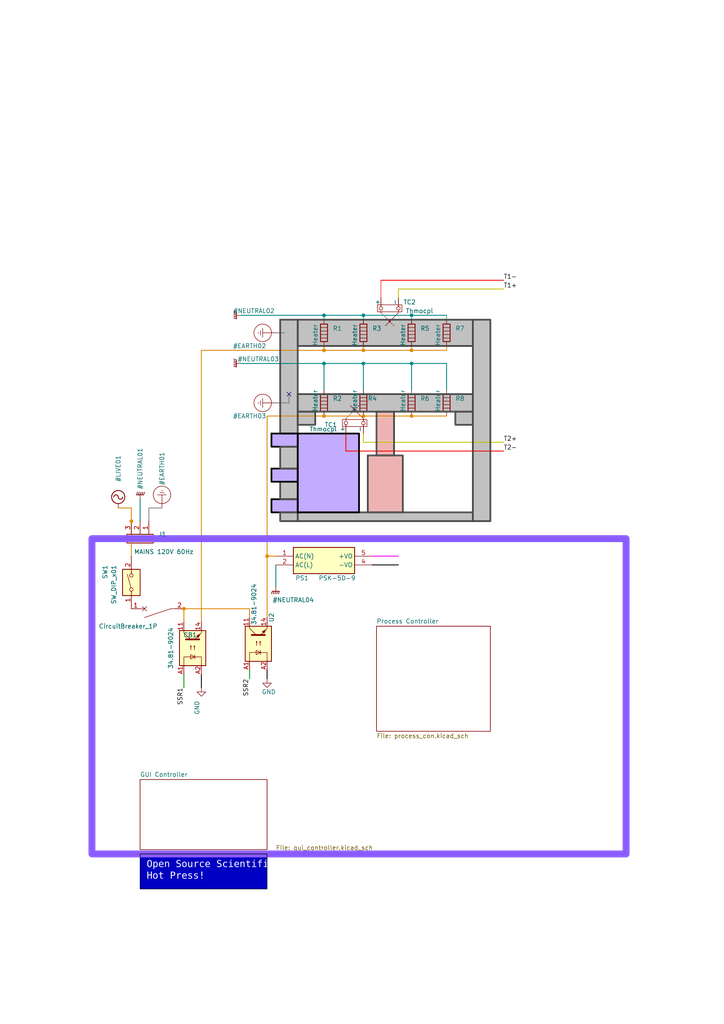
<source format=kicad_sch>
(kicad_sch (version 20230121) (generator eeschema)
  (paper "A4" portrait)
  (lib_symbols
    (symbol "Connector:Screw_Terminal_01x03" (pin_names (offset 1.016) hide)
      (property "Reference" "J" (at 0 5.08 0))
      (property "Value" "Screw_Terminal_01x03" (at 0 -5.08 0))
      (symbol "Screw_Terminal_01x03_1_1"
        (rectangle (start -1.27 3.81) (end 1.27 -3.81) (stroke (width 0.254)) (fill (type background)))
        (circle (center 0 -2.54) (radius 0.635) (stroke (width 0.1524)))
        (polyline (pts (xy -0.5334 -2.2098) (xy 0.3302 -3.048)) (stroke (width 0.1524)))
        (polyline (pts (xy -0.5334 0.3302) (xy 0.3302 -0.508)) (stroke (width 0.1524)))
        (polyline (pts (xy -0.5334 2.8702) (xy 0.3302 2.032)) (stroke (width 0.1524)))
        (polyline (pts (xy -0.3556 -2.032) (xy 0.508 -2.8702)) (stroke (width 0.1524)))
        (polyline (pts (xy -0.3556 0.508) (xy 0.508 -0.3302)) (stroke (width 0.1524)))
        (polyline (pts (xy -0.3556 3.048) (xy 0.508 2.2098)) (stroke (width 0.1524)))
        (circle (center 0 0) (radius 0.635) (stroke (width 0.1524)))
        (circle (center 0 2.54) (radius 0.635) (stroke (width 0.1524)))
        (pin passive line (at -5.08 2.54 0) (length 3.81) (name "Pin_1") (number "1"))
        (pin passive line (at -5.08 0 0) (length 3.81) (name "Pin_2") (number "2"))
        (pin passive line (at -5.08 -2.54 0) (length 3.81) (name "Pin_3") (number "3"))
      )
    )
    (symbol "Device:CircuitBreaker_1P"
      (property "Reference" "CB" (at 1.905 0 0))
      (property "Value" "CircuitBreaker_1P" (at 1.905 1.905 0))
      (symbol "CircuitBreaker_1P_0_1"
        (polyline (pts (xy 0 -5.08) (xy 0 -3.81)))
        (polyline (pts (xy 0 -3.81) (xy -2.54 3.81)))
      )
      (symbol "CircuitBreaker_1P_1_1"
        (polyline (pts (xy -0.635 4.445) (xy 0.635 3.175)))
        (polyline (pts (xy 0 5.08) (xy 0 3.81)))
        (polyline (pts (xy 0.635 4.445) (xy -0.635 3.175)))
        (pin passive line (at 0 7.62 270) (length 2.54) (name "~") (number "1"))
        (pin passive line (at 0 -7.62 90) (length 2.54) (name "~") (number "2"))
      )
    )
    (symbol "Device:Heater" (pin_numbers hide) (pin_names (offset 0))
      (property "Reference" "R" (at 2.032 0 90))
      (property "Value" "Heater" (at -2.032 0 90))
      (symbol "Heater_0_1"
        (rectangle (start -1.016 -2.54) (end 1.016 2.54) (stroke (width 0.254)))
        (polyline (pts (xy -1.016 1.524) (xy 1.016 1.524)))
        (polyline (pts (xy 1.016 -1.524) (xy -1.016 -1.524)))
        (polyline (pts (xy 1.016 -0.508) (xy -1.016 -0.508)))
        (polyline (pts (xy 1.016 0.508) (xy -1.016 0.508)))
      )
      (symbol "Heater_1_1"
        (pin passive line (at 0 3.81 270) (length 1.27) (name "~") (number "1"))
        (pin passive line (at 0 -3.81 90) (length 1.27) (name "~") (number "2"))
      )
    )
    (symbol "Device:Thermocouple_Block" (pin_numbers hide) (pin_names (offset 0))
      (property "Reference" "TC" (at -3.048 3.81 0))
      (property "Value" "Thermocouple_Block" (at -5.08 -4.064 0))
      (symbol "Thermocouple_Block_0_1"
        (circle (center -1.778 0) (radius 0.254) (fill (type outline)))
        (polyline (pts (xy -2.794 -1.016) (xy -3.048 -1.27)))
        (polyline (pts (xy -2.286 -0.508) (xy -2.54 -0.762)))
        (polyline (pts (xy -1.778 0) (xy -2.032 -0.254)))
        (polyline (pts (xy -1.27 0.508) (xy -1.524 0.254)))
        (polyline (pts (xy -0.762 1.016) (xy -1.016 0.762)))
        (polyline (pts (xy -0.254 1.524) (xy -0.508 1.27)))
        (polyline (pts (xy 0.254 2.032) (xy 0 1.778)))
        (polyline (pts (xy 0.762 2.54) (xy 0.508 2.286)))
        (polyline (pts (xy 1.27 -2.54) (xy 1.016 -2.54)))
        (polyline (pts (xy 1.27 2.54) (xy 0.762 2.54)))
        (polyline (pts (xy 1.524 -2.54) (xy 0.762 -2.54) (xy -3.048 1.27)))
        (rectangle (start 1.016 3.556) (end 3.048 -3.556))
        (circle (center 2.032 -2.54) (radius 0.508))
        (circle (center 2.032 2.54) (radius 0.508))
      )
      (symbol "Thermocouple_Block_1_1"
        (pin passive line (at 5.08 2.54 180) (length 2.54) (name "+") (number "1"))
        (pin passive line (at 5.08 -2.54 180) (length 2.54) (name "-") (number "2"))
      )
    )
    (symbol "Relay_SolidState:34.81-9024"
      (property "Reference" "U" (at -5.08 5.08 0))
      (property "Value" "34.81-9024" (at 0 5.08 0))
      (symbol "34.81-9024_0_1"
        (rectangle (start -5.08 3.81) (end 5.08 -3.81) (stroke (width 0.254)) (fill (type background)))
        (polyline (pts (xy -3.175 -0.635) (xy -1.905 -0.635)))
        (polyline (pts (xy 2.54 1.905) (xy 2.54 -1.905) (xy 2.54 -1.905)) (stroke (width 0.508)))
        (polyline (pts (xy -5.08 2.54) (xy -2.54 2.54) (xy -2.54 -2.54) (xy -5.08 -2.54)))
        (polyline (pts (xy -2.54 -0.635) (xy -3.175 0.635) (xy -1.905 0.635) (xy -2.54 -0.635)))
        (polyline (pts (xy -0.508 -0.508) (xy 0.762 -0.508) (xy 0.381 -0.635) (xy 0.381 -0.381) (xy 0.762 -0.508)))
        (polyline (pts (xy -0.508 0.508) (xy 0.762 0.508) (xy 0.381 0.381) (xy 0.381 0.635) (xy 0.762 0.508)))
        (polyline (pts (xy 3.048 -1.651) (xy 3.556 -1.143) (xy 4.064 -2.159) (xy 3.048 -1.651) (xy 3.048 -1.651)) (fill (type outline)))
        (polyline (pts (xy 5.08 2.54) (xy 4.445 2.54) (xy 2.54 0.635) (xy 2.54 -0.635) (xy 4.445 -2.54) (xy 5.08 -2.54)))
      )
      (symbol "34.81-9024_1_1"
        (pin passive line (at 7.62 2.54 180) (length 2.54) (name "~") (number "11"))
        (pin passive line (at 7.62 -2.54 180) (length 2.54) (name "~") (number "14"))
        (pin passive line (at -7.62 2.54 0) (length 2.54) (name "~") (number "A1"))
        (pin passive line (at -7.62 -2.54 0) (length 2.54) (name "~") (number "A2"))
      )
    )
    (symbol "SamacSys_Parts:PSK-5D-9"
      (property "Reference" "PS" (at 24.13 7.62 0))
      (property "Value" "PSK-5D-9" (at 24.13 5.08 0))
      (symbol "PSK-5D-9_1_1"
        (rectangle (start 5.08 2.54) (end 22.86 -5.08) (stroke (width 0.254)) (fill (type background)))
        (pin passive line (at 0 0 0) (length 5.08) (name "AC(N)") (number "1"))
        (pin passive line (at 0 -2.54 0) (length 5.08) (name "AC(L)") (number "2"))
        (pin passive line (at 27.94 -2.54 180) (length 5.08) (name "-VO") (number "4"))
        (pin passive line (at 27.94 0 180) (length 5.08) (name "+VO") (number "5"))
      )
    )
    (symbol "Switch:SW_DIP_x01" (pin_names (offset 0) hide)
      (property "Reference" "SW" (at 0 3.81 0))
      (property "Value" "SW_DIP_x01" (at 0 -3.81 0))
      (symbol "SW_DIP_x01_0_0"
        (circle (center -2.032 0) (radius 0.508))
        (polyline (pts (xy -1.524 0.127) (xy 2.3622 1.1684)))
        (circle (center 2.032 0) (radius 0.508))
      )
      (symbol "SW_DIP_x01_0_1"
        (rectangle (start -3.81 2.54) (end 3.81 -2.54) (stroke (width 0.254)) (fill (type background)))
      )
      (symbol "SW_DIP_x01_1_1"
        (pin passive line (at -7.62 0 0) (length 5.08) (name "~") (number "1"))
        (pin passive line (at 7.62 0 180) (length 5.08) (name "~") (number "2"))
      )
    )
    (symbol "power:AC" (power) (pin_names (offset 0))
      (property "Value" "AC" (at 0 6.35 0))
      (symbol "AC_0_1"
        (polyline (pts (xy 0 0) (xy 0 1.27)))
        (arc (start 0 3.175) (mid -0.635 3.8073) (end -1.27 3.175) (stroke (width 0.254)))
        (arc (start 0 3.175) (mid 0.635 2.5427) (end 1.27 3.175) (stroke (width 0.254)))
        (circle (center 0 3.175) (radius 1.905) (stroke (width 0.254)))
      )
      (symbol "AC_1_1"
        (pin power_in line (at 0 0 90) (length 0) hide (name "AC") (number "1"))
      )
    )
    (symbol "power:Earth_Protective" (power) (pin_names (offset 0))
      (symbol "Earth_Protective_0_1"
        (circle (center 0 -3.81) (radius 2.54))
        (polyline (pts (xy -0.635 -4.445) (xy 0.635 -4.445)))
        (polyline (pts (xy -0.127 -5.08) (xy 0.127 -5.08)))
        (polyline (pts (xy 0 -3.81) (xy 0 0)))
        (polyline (pts (xy 1.27 -3.81) (xy -1.27 -3.81)))
      )
      (symbol "Earth_Protective_1_1"
        (pin power_in line (at 0 0 270) (length 0) hide (name "Earth_Protective") (number "1"))
      )
    )
    (symbol "power:GND" (power) (pin_names (offset 0))
      (property "Value" "GND" (at 0 -3.81 0))
      (symbol "GND_0_1"
        (polyline (pts (xy 0 0) (xy 0 -1.27) (xy 1.27 -1.27) (xy 0 -2.54) (xy -1.27 -1.27) (xy 0 -1.27)))
      )
      (symbol "GND_1_1"
        (pin power_in line (at 0 0 270) (length 0) hide (name "GND") (number "1"))
      )
    )
    (symbol "power:GNDPWR" (power) (pin_names (offset 0))
      (property "Value" "GNDPWR" (at 0 -3.302 0))
      (symbol "GNDPWR_0_1"
        (polyline (pts (xy 0 -1.27) (xy 0 0)))
        (polyline (pts (xy -1.016 -1.27) (xy -1.27 -2.032) (xy -1.27 -2.032)) (stroke (width 0.2032)))
        (polyline (pts (xy -0.508 -1.27) (xy -0.762 -2.032) (xy -0.762 -2.032)) (stroke (width 0.2032)))
        (polyline (pts (xy 0 -1.27) (xy -0.254 -2.032) (xy -0.254 -2.032)) (stroke (width 0.2032)))
        (polyline (pts (xy 0.508 -1.27) (xy 0.254 -2.032) (xy 0.254 -2.032)) (stroke (width 0.2032)))
        (polyline (pts (xy 1.016 -1.27) (xy -1.016 -1.27) (xy -1.016 -1.27)) (stroke (width 0.2032)))
        (polyline (pts (xy 1.016 -1.27) (xy 0.762 -2.032) (xy 0.762 -2.032) (xy 0.762 -2.032)) (stroke (width 0.2032)))
      )
      (symbol "GNDPWR_1_1"
        (pin power_in line (at 0 0 270) (length 0) hide (name "GNDPWR") (number "1"))
      )
    )
  )
  (junction (at 105.41 105.41) (color 0 132 132 1))
  (junction (at 93.98 105.41) (color 0 132 132 1))
  (junction (at 93.98 120.65) (color 221 133 0 1))
  (junction (at 38.1 151.13) (color 221 133 0 1))
  (junction (at 105.41 91.44) (color 0 132 132 1))
  (junction (at 53.34 176.53) (color 221 133 0 1))
  (junction (at 119.38 120.65) (color 221 133 0 1))
  (junction (at 77.47 161.29) (color 221 133 0 1))
  (junction (at 119.38 101.6) (color 221 133 0 1))
  (junction (at 105.41 101.6) (color 221 133 0 1))
  (junction (at 119.38 91.44) (color 0 132 132 1))
  (junction (at 93.98 91.44) (color 0 132 132 1))
  (junction (at 119.38 105.41) (color 0 132 132 1))
  (junction (at 105.41 120.65) (color 221 133 0 1))
  (junction (at 93.98 101.6) (color 221 133 0 1))
  (no_connect (at 83.82 114.3))
  (wire (pts (xy 38.1 147.32) (xy 38.1 151.13)) (stroke (width 0.25) (color 221 133 0 1)))
  (wire (pts (xy 93.98 105.41) (xy 105.41 105.41)) (stroke (width 0.25) (color 0 132 132 1)))
  (wire (pts (xy 34.29 147.32) (xy 38.1 147.32)) (stroke (width 0.25) (color 221 133 0 1)))
  (wire (pts (xy 119.38 105.41) (xy 119.38 113.03)) (stroke (width 0.25) (color 0 132 132 1)))
  (wire (pts (xy 107.95 161.29) (xy 115.57 161.29)) (stroke (width 0.25) (color 255 0 255 1)))
  (wire (pts (xy 100.33 130.81) (xy 146.05 130.81)) (stroke (width 0.25) (color 255 0 0 1)))
  (wire (pts (xy 100.33 125.73) (xy 100.33 130.81)) (stroke (width 0.25) (color 255 0 0 1)))
  (wire (pts (xy 46.99 147.32) (xy 43.18 147.32)) (stroke (width 0.25) (color 132 132 132 1)))
  (wire (pts (xy 129.54 113.03) (xy 129.54 105.41)) (stroke (width 0.25) (color 0 132 132 1)))
  (wire (pts (xy 93.98 91.44) (xy 105.41 91.44)) (stroke (width 0.25) (color 0 132 132 1)))
  (wire (pts (xy 93.98 100.33) (xy 93.98 101.6)) (stroke (width 0.25) (color 221 133 0 1)))
  (wire (pts (xy 129.54 92.71) (xy 129.54 91.44)))
  (wire (pts (xy 107.95 163.83) (xy 115.57 163.83)) (stroke (width 0.25) (color 0 0 0 1)))
  (wire (pts (xy 38.1 151.13) (xy 38.1 161.29)) (stroke (width 0.25) (color 221 133 0 1)))
  (wire (pts (xy 110.49 81.28) (xy 146.05 81.28)) (stroke (width 0.25) (color 255 0 0 1)))
  (wire (pts (xy 77.47 161.29) (xy 77.47 179.07)) (stroke (width 0.25) (color 221 133 0 1)))
  (wire (pts (xy 105.41 91.44) (xy 119.38 91.44)) (stroke (width 0.25) (color 0 132 132 1)))
  (wire (pts (xy 80.01 96.52) (xy 82.55 96.52)) (stroke (width 0.25) (color 132 132 132 1)))
  (wire (pts (xy 69.85 105.41) (xy 93.98 105.41)) (stroke (width 0.25) (color 0 132 132 1)))
  (wire (pts (xy 83.82 116.84) (xy 83.82 114.3)) (stroke (width 0.25) (color 132 132 132 1)))
  (wire (pts (xy 129.54 101.6) (xy 129.54 100.33)) (stroke (width 0.25) (color 221 133 0 1)))
  (wire (pts (xy 77.47 120.65) (xy 77.47 161.29)) (stroke (width 0.25) (color 221 133 0 1)))
  (wire (pts (xy 105.41 100.33) (xy 105.41 101.6)) (stroke (width 0.25) (color 221 133 0 1)))
  (wire (pts (xy 119.38 91.44) (xy 129.54 91.44)) (stroke (width 0.25) (color 0 132 132 1)))
  (wire (pts (xy 53.34 176.53) (xy 53.34 180.34)) (stroke (width 0.25) (color 221 133 0 1)))
  (wire (pts (xy 72.39 196.85) (xy 72.39 194.31)) (stroke (width 0.25)))
  (wire (pts (xy 80.01 170.18) (xy 80.01 163.83)) (stroke (width 0.25) (color 0 132 132 1)))
  (wire (pts (xy 129.54 101.6) (xy 119.38 101.6)) (stroke (width 0.25) (color 221 133 0 1)))
  (wire (pts (xy 69.85 91.44) (xy 93.98 91.44)) (stroke (width 0.25) (color 0 132 132 1)))
  (wire (pts (xy 93.98 91.44) (xy 93.98 92.71)) (stroke (width 0) (color 0 132 132 1)))
  (wire (pts (xy 119.38 120.65) (xy 129.54 120.65)) (stroke (width 0.25) (color 221 133 0 1)))
  (wire (pts (xy 40.64 144.78) (xy 40.64 151.13)) (stroke (width 0.25) (color 0 132 132 1)))
  (wire (pts (xy 77.47 161.29) (xy 80.01 161.29)) (stroke (width 0.25) (color 221 133 0 1)))
  (wire (pts (xy 93.98 105.41) (xy 93.98 113.03)) (stroke (width 0.25) (color 0 132 132 1)))
  (wire (pts (xy 58.42 101.6) (xy 58.42 180.34)) (stroke (width 0.25) (color 221 133 0 1)))
  (wire (pts (xy 93.98 120.65) (xy 105.41 120.65)) (stroke (width 0.25) (color 221 133 0 1)))
  (wire (pts (xy 110.49 86.36) (xy 110.49 81.28)) (stroke (width 0) (color 255 0 0 1)))
  (wire (pts (xy 105.41 128.27) (xy 105.41 125.73)) (stroke (width 0.25) (color 194 194 0 1)))
  (wire (pts (xy 80.01 116.84) (xy 83.82 116.84)) (stroke (width 0.25) (color 132 132 132 1)))
  (wire (pts (xy 119.38 105.41) (xy 129.54 105.41)) (stroke (width 0.25) (color 0 132 132 1)))
  (wire (pts (xy 105.41 101.6) (xy 93.98 101.6)) (stroke (width 0.25) (color 221 133 0 1)))
  (wire (pts (xy 105.41 105.41) (xy 105.41 113.03)) (stroke (width 0.25) (color 0 132 132 1)))
  (wire (pts (xy 43.18 147.32) (xy 43.18 151.13)) (stroke (width 0.25) (color 132 132 132 1)))
  (wire (pts (xy 72.39 179.07) (xy 72.39 176.53)) (stroke (width 0.25) (color 221 133 0 1)))
  (wire (pts (xy 119.38 101.6) (xy 105.41 101.6)) (stroke (width 0.25) (color 221 133 0 1)))
  (wire (pts (xy 115.57 83.82) (xy 146.05 83.82)) (stroke (width 0.25) (color 194 194 0 1)))
  (wire (pts (xy 58.42 199.39) (xy 58.42 195.58)) (stroke (width 0.25) (color 0 0 0 1)))
  (wire (pts (xy 105.41 91.44) (xy 105.41 92.71)) (stroke (width 0) (color 0 132 132 1)))
  (wire (pts (xy 58.42 101.6) (xy 93.98 101.6)) (stroke (width 0.25) (color 221 133 0 1)))
  (wire (pts (xy 105.41 128.27) (xy 146.05 128.27)) (stroke (width 0.25) (color 194 194 0 1)))
  (wire (pts (xy 53.34 176.53) (xy 72.39 176.53)) (stroke (width 0.25) (color 221 133 0 1)))
  (wire (pts (xy 119.38 91.44) (xy 119.38 92.71)) (stroke (width 0) (color 0 132 132 1)))
  (wire (pts (xy 119.38 100.33) (xy 119.38 101.6)) (stroke (width 0.25) (color 221 133 0 1)))
  (wire (pts (xy 105.41 120.65) (xy 119.38 120.65)) (stroke (width 0.25) (color 221 133 0 1)))
  (wire (pts (xy 77.47 196.85) (xy 77.47 194.31)) (stroke (width 0.25) (color 0 0 0 1)))
  (wire (pts (xy 77.47 120.65) (xy 93.98 120.65)) (stroke (width 0.25) (color 221 133 0 1)))
  (wire (pts (xy 105.41 105.41) (xy 119.38 105.41)) (stroke (width 0.25) (color 0 132 132 1)))
  (wire (pts (xy 115.57 83.82) (xy 115.57 86.36)) (stroke (width 0.25) (color 194 194 0 1)))
  (wire (pts (xy 53.34 199.39) (xy 53.34 195.58)) (stroke (width 0.25)))
  (rectangle (start 81.28 139.7) (end 86.36 144.78) (stroke (width 0.5) (color 72 72 72 0.3)) (fill (type color) (color 132 132 132 0.5)))
  (rectangle (start 40.64 247.65) (end 77.47 257.81) (stroke (width 0) (color 0 0 0 1)) (fill (type color) (color 0 0 194 1)))
  (rectangle (start 26.67 156.21) (end 181.61 247.65) (stroke (width 2) (color 137 91 255 0.5490196078)))
  (rectangle (start 109.22 119.38) (end 114.3 132.08) (stroke (width 0.5) (color 72 72 72 0.5)) (fill (type color) (color 194 0 0 0.3)))
  (rectangle (start 86.36 114.3) (end 137.16 119.38) (stroke (width 0.5) (color 72 72 72 0.3)) (fill (type color) (color 132 132 132 0.5)))
  (rectangle (start 86.36 92.71) (end 137.16 100.33) (stroke (width 0.5) (color 72 72 72 0.3)) (fill (type color) (color 132 132 132 0.5)))
  (rectangle (start 106.68 132.08) (end 116.84 148.59) (stroke (width 0.5) (color 72 72 72 0.5)) (fill (type color) (color 194 0 0 0.3)))
  (rectangle (start 132.08 119.38) (end 137.16 123.19) (stroke (width 0.5) (color 72 72 72 0.3)) (fill (type color) (color 132 132 132 0.5)))
  (rectangle (start 78.74 144.78) (end 86.36 148.59) (stroke (width 0.5) (color 0 0 0 0.3)) (fill (type color) (color 137 91 255 0.5)))
  (rectangle (start 78.74 135.89) (end 86.36 139.7) (stroke (width 0.5) (color 0 0 0 0.3)) (fill (type color) (color 137 91 255 0.5)))
  (rectangle (start 86.36 119.38) (end 91.44 123.19) (stroke (width 0.5) (color 72 72 72 0.3)) (fill (type color) (color 132 132 132 0.5)))
  (rectangle (start 137.16 92.71) (end 142.24 151.13) (stroke (width 0.5) (color 72 72 72 0.3)) (fill (type color) (color 132 132 132 0.5)))
  (rectangle (start 78.74 125.73) (end 86.36 129.54) (stroke (width 0.5) (color 0 0 0 0.3)) (fill (type color) (color 137 91 255 0.5)))
  (rectangle (start 81.28 129.54) (end 86.36 135.89) (stroke (width 0.5) (color 72 72 72 0.3)) (fill (type color) (color 132 132 132 0.5)))
  (rectangle (start 86.36 148.59) (end 137.16 151.13) (stroke (width 0.5) (color 72 72 72 0.3)) (fill (type color) (color 132 132 132 0.5)))
  (rectangle (start 86.36 125.73) (end 104.14 148.59) (stroke (width 0.5) (color 0 0 0 0.3)) (fill (type color) (color 137 91 255 0.5)))
  (rectangle (start 81.28 92.71) (end 86.36 125.73) (stroke (width 0.5) (color 72 72 72 0.3)) (fill (type color) (color 132 132 132 0.5)))
  (rectangle (start 81.28 148.59) (end 86.36 151.13) (stroke (width 0.5) (color 72 72 72 0.3)) (fill (type color) (color 132 132 132 0.5)))
  (text "Open Source Scientific\nHot Press!" (at 42.545 255.905 0) (effects (font (size 2 2)) (justify left bottom)))
  (label "SSR1" (at 53.34 199.39 270))
  (label "T2+" (at 146.05 128.27 0))
  (label "SSR2" (at 72.39 196.85 270))
  (label "T1-" (at 146.05 81.28 0))
  (label "T1+" (at 146.05 83.82 0))
  (label "T2-" (at 146.05 130.81 0))
  (symbol (lib_id "power:Earth_Protective") (at 80.01 116.84 270) (unit 1)
    (property "Reference" "#EARTH03" (at 72.39 120.65 90))
    (property "Value" "Earth_Protective" (effects hide))
  )
  (symbol (lib_id "power:GND") (at 77.47 196.85 0) (unit 1)
    (property "Reference" "#PWR02" (effects hide))
    (property "Value" "GND" (at 80.01 200.66 0) (effects (justify right)))
  )
  (symbol (lib_id "power:Earth_Protective") (at 46.99 147.32 180) (unit 1)
    (property "Reference" "#EARTH01" (at 46.99 135.89 90))
    (property "Value" "Earth_Protective" (effects hide))
  )
  (symbol (lib_id "Connector:Screw_Terminal_01x03") (at 40.64 156.21 270) (unit 1)
    (property "Reference" "J1" (at 48.26 154.94 90) (effects (justify right)))
    (property "Value" "MAINS 120V 60Hz " (at 57.15 160.02 90) (effects (justify right)))
  )
  (symbol (lib_id "Device:Heater") (at 119.38 116.84 0) (unit 1)
    (property "Reference" "R6" (at 121.92 115.57 0) (effects (justify left)))
    (property "Value" "Heater" (at 116.84 119.38 90) (effects (justify left)))
  )
  (symbol (lib_id "power:GND") (at 58.42 199.39 0) (unit 1)
    (property "Reference" "#PWR01" (effects hide))
    (property "Value" "GND" (at 57.15 203.2 90) (effects (justify right)))
  )
  (symbol (lib_id "Device:Heater") (at 119.38 96.52 0) (unit 1)
    (property "Reference" "R5" (at 121.92 95.25 0) (effects (justify left)))
    (property "Value" "Heater" (at 116.84 100.33 90) (effects (justify left)))
  )
  (symbol (lib_id "Relay_SolidState:34.81-9024") (at 55.88 187.96 90) (unit 1)
    (property "Reference" "U1" (effects hide))
    (property "Value" "34.81-9024" (at 49.53 187.96 0))
    (property "Footprint" "OptoDevice:Finder_34.81" (effects hide))
    (property "Datasheet" "http://www.us.liteon.com/downloads/LTV-817-827-847.PDF" (effects hide))
  )
  (symbol (lib_id "Device:Heater") (at 105.41 116.84 0) (unit 1)
    (property "Reference" "R4" (at 106.68 115.57 0) (effects (justify left)))
    (property "Value" "Heater" (at 102.87 119.38 90) (effects (justify left)))
  )
  (symbol (lib_id "Device:Thermocouple_Block") (at 102.87 120.65 90) (mirror x) (unit 1)
    (property "Reference" "TC1" (at 97.79 123.19 90) (effects (justify left)))
    (property "Value" "Thmocpl" (at 97.79 124.46 90) (effects (justify left)))
  )
  (symbol (lib_id "Device:Heater") (at 93.98 96.52 0) (unit 1)
    (property "Reference" "R1" (at 96.52 95.25 0) (effects (justify left)))
    (property "Value" "Heater" (at 91.44 100.33 90) (effects (justify left)))
  )
  (symbol (lib_id "power:GNDPWR") (at 69.85 105.41 270) (unit 1)
    (property "Reference" "#NEUTRAL03" (at 74.93 104.14 90))
    (property "Value" "GNDPWR" (effects hide))
  )
  (symbol (lib_id "SamacSys_Parts:PSK-5D-9") (at 80.01 161.29 0) (unit 1)
    (property "Reference" "PS1" (at 87.63 167.64 0))
    (property "Value" "PSK-5D-9" (at 97.79 167.64 0))
    (property "Footprint" "Converter_ACDC:Converter_ACDC_HiLink_HLK-5Mxx" (effects hide))
    (property "Height" "18.1" (effects hide))
    (property "Mouser Part Number" "490-PSK-5D-9" (effects hide))
    (property "Mouser Price/Stock" "https://www.mouser.co.uk/ProductDetail/CUI-Inc/PSK-5D-9?qs=DRkmTr78QAS7xBfnsfADZA%3D%3D" (effects hide))
    (property "Manufacturer_Name" "CUI Inc." (effects hide))
    (property "Manufacturer_Part_Number" "PSK-5D-9" (effects hide))
  )
  (symbol (lib_id "Device:Heater") (at 105.41 96.52 0) (unit 1)
    (property "Reference" "R3" (at 107.95 95.25 0) (effects (justify left)))
    (property "Value" "Heater" (at 102.87 100.33 90) (effects (justify left)))
  )
  (symbol (lib_id "Device:Thermocouple_Block") (at 113.03 91.44 90) (unit 1)
    (property "Reference" "TC2" (at 120.65 87.63 90) (effects (justify left)))
    (property "Value" "Thmocpl" (at 125.73 90.17 90) (effects (justify left)))
  )
  (symbol (lib_id "Relay_SolidState:34.81-9024") (at 74.93 186.69 90) (unit 1)
    (property "Reference" "U2" (at 78.74 179.07 0))
    (property "Value" "34.81-9024" (at 73.66 175.26 0))
    (property "Footprint" "OptoDevice:Finder_34.81" (effects hide))
    (property "Datasheet" "http://www.us.liteon.com/downloads/LTV-817-827-847.PDF" (effects hide))
  )
  (symbol (lib_id "power:Earth_Protective") (at 80.01 96.52 270) (unit 1)
    (property "Reference" "#EARTH02" (at 72.39 100.33 90))
    (property "Value" "Earth_Protective" (effects hide))
  )
  (symbol (lib_id "power:AC") (at 34.29 147.32 0) (unit 1)
    (property "Reference" "#LIVE01" (at 34.29 135.89 90))
    (property "Value" "AC" (effects hide))
  )
  (symbol (lib_id "Switch:SW_DIP_x01") (at 38.1 168.91 90) (unit 1)
    (property "Reference" "SW1" (at 30.48 163.83 0) (effects (justify right)))
    (property "Value" "SW_DIP_x01" (at 33.02 163.83 0) (effects (justify right)))
  )
  (symbol (lib_id "Device:Heater") (at 129.54 116.84 0) (unit 1)
    (property "Reference" "R8" (at 132.08 115.57 0) (effects (justify left)))
    (property "Value" "Heater" (at 127 119.38 90) (effects (justify left)))
  )
  (symbol (lib_id "Device:Heater") (at 129.54 96.52 0) (unit 1)
    (property "Reference" "R7" (at 132.08 95.25 0) (effects (justify left)))
    (property "Value" "Heater" (at 127 100.33 90) (effects (justify left)))
  )
  (symbol (lib_id "power:GNDPWR") (at 40.64 144.78 180) (unit 1)
    (property "Reference" "#NEUTRAL01" (at 40.64 135.89 90))
    (property "Value" "GNDPWR" (effects hide))
  )
  (symbol (lib_id "power:GNDPWR") (at 69.85 91.44 270) (unit 1)
    (property "Reference" "#NEUTRAL02" (at 73.66 90.17 90))
    (property "Value" "GNDPWR" (effects hide))
  )
  (symbol (lib_id "power:GNDPWR") (at 80.01 170.18 0) (unit 1)
    (property "Reference" "#NEUTRAL04" (at 85.09 173.99 0))
    (property "Value" "GNDPWR" (effects hide))
  )
  (symbol (lib_id "Device:Heater") (at 93.98 116.84 0) (unit 1)
    (property "Reference" "R2" (at 96.52 115.57 0) (effects (justify left)))
    (property "Value" "Heater" (at 91.44 119.38 90) (effects (justify left)))
  )
  (symbol (lib_id "Device:CircuitBreaker_1P") (at 45.72 176.53 90) (unit 1)
    (property "Reference" "CB1" (at 57.15 184.15 90) (effects (justify left)))
    (property "Value" "CircuitBreaker_1P" (at 45.72 181.61 90) (effects (justify left)))
  )
  (sheet (at 109.22 181.61) (size 33.02 30.48) (stroke (width 0.1524))
    (property "Sheetname" "Process Controller" (at 109.22 180.8984 0) (effects (justify left bottom)))
    (property "Sheetfile" "process_con.kicad_sch" (at 109.22 212.6746 0) (effects (justify left top)))
  )
  (sheet (at 40.64 226.06) (size 36.83 20.32) (stroke (width 0.1524))
    (property "Sheetname" "GUI Controller" (at 40.64 225.3484 0) (effects (justify left bottom)))
    (property "Sheetfile" "gui_controller.kicad_sch" (at 80.01 245.11 0) (effects (justify left top)))
  )
)
</source>
